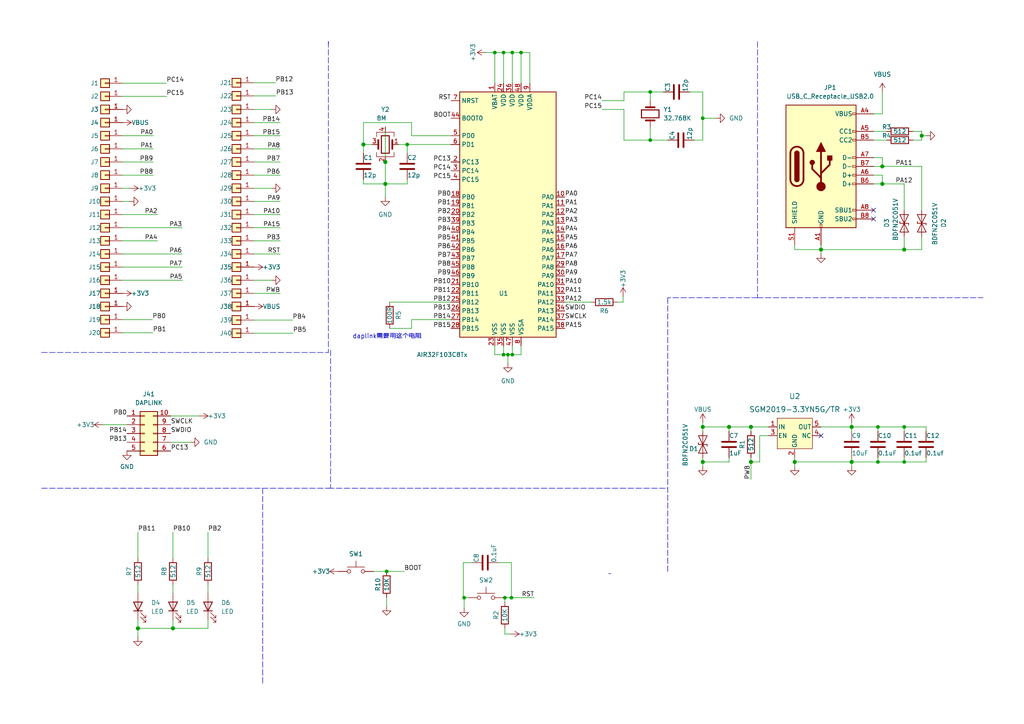
<source format=kicad_sch>
(kicad_sch (version 20211123) (generator eeschema)
  (paper "A4")
  (lib_symbols
    (symbol "Connector_Generic:Conn_01x01" (pin_names (offset 1.016) hide)
      (property "Reference" "J" (at 0 2.54 0))
      (property "Value" "Conn_01x01" (at 0 -2.54 0))
      (symbol "Conn_01x01_1_1"
        (pin passive line (at -5.08 0 0) (length 3.81) (name "Pin_1") (number "1"))
      )
    )
    (symbol "Connector_Generic:Conn_02x05_Counter_Clockwise" (pin_names (offset 1.016) hide)
      (property "Reference" "J" (at 1.27 7.62 0))
      (property "Value" "Conn_02x05_Counter_Clockwise" (at 1.27 -7.62 0))
      (symbol "Conn_02x05_Counter_Clockwise_1_1"
        (pin passive line (at -5.08 5.08 0) (length 3.81) (name "Pin_1") (number "1"))
        (pin passive line (at 7.62 5.08 180) (length 3.81) (name "Pin_10") (number "10"))
        (pin passive line (at -5.08 2.54 0) (length 3.81) (name "Pin_2") (number "2"))
        (pin passive line (at -5.08 0 0) (length 3.81) (name "Pin_3") (number "3"))
        (pin passive line (at -5.08 -2.54 0) (length 3.81) (name "Pin_4") (number "4"))
        (pin passive line (at -5.08 -5.08 0) (length 3.81) (name "Pin_5") (number "5"))
        (pin passive line (at 7.62 -5.08 180) (length 3.81) (name "Pin_6") (number "6"))
        (pin passive line (at 7.62 -2.54 180) (length 3.81) (name "Pin_7") (number "7"))
        (pin passive line (at 7.62 0 180) (length 3.81) (name "Pin_8") (number "8"))
        (pin passive line (at 7.62 2.54 180) (length 3.81) (name "Pin_9") (number "9"))
      )
    )
    (symbol "Device:C" (pin_numbers hide) (pin_names (offset 0.254))
      (property "Reference" "C" (at 0.635 2.54 0))
      (property "Value" "C" (at 0.635 -2.54 0))
      (symbol "C_1_1"
        (pin passive line (at 0 3.81 270) (length 2.794) (name "~") (number "1"))
        (pin passive line (at 0 -3.81 90) (length 2.794) (name "~") (number "2"))
      )
    )
    (symbol "Device:Crystal" (pin_numbers hide) (pin_names (offset 1.016) hide)
      (property "Reference" "Y" (at 0 3.81 0))
      (property "Value" "Crystal" (at 0 -3.81 0))
      (symbol "Crystal_1_1"
        (pin passive line (at -3.81 0 0) (length 1.27) (name "1") (number "1"))
        (pin passive line (at 3.81 0 180) (length 1.27) (name "2") (number "2"))
      )
    )
    (symbol "Device:Crystal_GND24" (pin_names (offset 1.016) hide)
      (property "Reference" "Y" (at 3.175 5.08 0))
      (property "Value" "Crystal_GND24" (at 3.175 3.175 0))
      (symbol "Crystal_GND24_1_1"
        (pin passive line (at -3.81 0 0) (length 1.27) (name "1") (number "1"))
        (pin passive line (at 0 5.08 270) (length 1.27) (name "2") (number "2"))
        (pin passive line (at 3.81 0 180) (length 1.27) (name "3") (number "3"))
        (pin passive line (at 0 -5.08 90) (length 1.27) (name "4") (number "4"))
      )
    )
    (symbol "Device:LED" (pin_numbers hide) (pin_names (offset 1.016) hide)
      (property "Reference" "D" (at 0 2.54 0))
      (property "Value" "LED" (at 0 -2.54 0))
      (symbol "LED_1_1"
        (pin passive line (at -3.81 0 0) (length 2.54) (name "K") (number "1"))
        (pin passive line (at 3.81 0 180) (length 2.54) (name "A") (number "2"))
      )
    )
    (symbol "Device:R" (pin_numbers hide) (pin_names (offset 0))
      (property "Reference" "R" (at 2.032 0 90))
      (property "Value" "R" (at 0 0 90))
      (symbol "R_1_1"
        (pin passive line (at 0 3.81 270) (length 1.27) (name "~") (number "1"))
        (pin passive line (at 0 -3.81 90) (length 1.27) (name "~") (number "2"))
      )
    )
    (symbol "MCU_ST_STM32F1:STM32F103C8Tx"
      (property "Reference" "U" (at -15.24 36.83 0))
      (property "Value" "STM32F103C8Tx" (at 7.62 36.83 0))
      (symbol "STM32F103C8Tx_1_1"
        (pin power_in line (at -5.08 38.1 270) (length 2.54) (name "VBAT") (number "1"))
        (pin bidirectional line (at 15.24 5.08 180) (length 2.54) (name "PA0") (number "10"))
        (pin bidirectional line (at 15.24 2.54 180) (length 2.54) (name "PA1") (number "11"))
        (pin bidirectional line (at 15.24 0 180) (length 2.54) (name "PA2") (number "12"))
        (pin bidirectional line (at 15.24 -2.54 180) (length 2.54) (name "PA3") (number "13"))
        (pin bidirectional line (at 15.24 -5.08 180) (length 2.54) (name "PA4") (number "14"))
        (pin bidirectional line (at 15.24 -7.62 180) (length 2.54) (name "PA5") (number "15"))
        (pin bidirectional line (at 15.24 -10.16 180) (length 2.54) (name "PA6") (number "16"))
        (pin bidirectional line (at 15.24 -12.7 180) (length 2.54) (name "PA7") (number "17"))
        (pin bidirectional line (at -17.78 5.08 0) (length 2.54) (name "PB0") (number "18"))
        (pin bidirectional line (at -17.78 2.54 0) (length 2.54) (name "PB1") (number "19"))
        (pin bidirectional line (at -17.78 15.24 0) (length 2.54) (name "PC13") (number "2"))
        (pin bidirectional line (at -17.78 0 0) (length 2.54) (name "PB2") (number "20"))
        (pin bidirectional line (at -17.78 -20.32 0) (length 2.54) (name "PB10") (number "21"))
        (pin bidirectional line (at -17.78 -22.86 0) (length 2.54) (name "PB11") (number "22"))
        (pin power_in line (at -5.08 -38.1 90) (length 2.54) (name "VSS") (number "23"))
        (pin power_in line (at -2.54 38.1 270) (length 2.54) (name "VDD") (number "24"))
        (pin bidirectional line (at -17.78 -25.4 0) (length 2.54) (name "PB12") (number "25"))
        (pin bidirectional line (at -17.78 -27.94 0) (length 2.54) (name "PB13") (number "26"))
        (pin bidirectional line (at -17.78 -30.48 0) (length 2.54) (name "PB14") (number "27"))
        (pin bidirectional line (at -17.78 -33.02 0) (length 2.54) (name "PB15") (number "28"))
        (pin bidirectional line (at 15.24 -15.24 180) (length 2.54) (name "PA8") (number "29"))
        (pin bidirectional line (at -17.78 12.7 0) (length 2.54) (name "PC14") (number "3"))
        (pin bidirectional line (at 15.24 -17.78 180) (length 2.54) (name "PA9") (number "30"))
        (pin bidirectional line (at 15.24 -20.32 180) (length 2.54) (name "PA10") (number "31"))
        (pin bidirectional line (at 15.24 -22.86 180) (length 2.54) (name "PA11") (number "32"))
        (pin bidirectional line (at 15.24 -25.4 180) (length 2.54) (name "PA12") (number "33"))
        (pin bidirectional line (at 15.24 -27.94 180) (length 2.54) (name "PA13") (number "34"))
        (pin power_in line (at -2.54 -38.1 90) (length 2.54) (name "VSS") (number "35"))
        (pin power_in line (at 0 38.1 270) (length 2.54) (name "VDD") (number "36"))
        (pin bidirectional line (at 15.24 -30.48 180) (length 2.54) (name "PA14") (number "37"))
        (pin bidirectional line (at 15.24 -33.02 180) (length 2.54) (name "PA15") (number "38"))
        (pin bidirectional line (at -17.78 -2.54 0) (length 2.54) (name "PB3") (number "39"))
        (pin bidirectional line (at -17.78 10.16 0) (length 2.54) (name "PC15") (number "4"))
        (pin bidirectional line (at -17.78 -5.08 0) (length 2.54) (name "PB4") (number "40"))
        (pin bidirectional line (at -17.78 -7.62 0) (length 2.54) (name "PB5") (number "41"))
        (pin bidirectional line (at -17.78 -10.16 0) (length 2.54) (name "PB6") (number "42"))
        (pin bidirectional line (at -17.78 -12.7 0) (length 2.54) (name "PB7") (number "43"))
        (pin input line (at -17.78 27.94 0) (length 2.54) (name "BOOT0") (number "44"))
        (pin bidirectional line (at -17.78 -15.24 0) (length 2.54) (name "PB8") (number "45"))
        (pin bidirectional line (at -17.78 -17.78 0) (length 2.54) (name "PB9") (number "46"))
        (pin power_in line (at 0 -38.1 90) (length 2.54) (name "VSS") (number "47"))
        (pin power_in line (at 2.54 38.1 270) (length 2.54) (name "VDD") (number "48"))
        (pin input line (at -17.78 22.86 0) (length 2.54) (name "PD0") (number "5"))
        (pin input line (at -17.78 20.32 0) (length 2.54) (name "PD1") (number "6"))
        (pin input line (at -17.78 33.02 0) (length 2.54) (name "NRST") (number "7"))
        (pin power_in line (at 2.54 -38.1 90) (length 2.54) (name "VSSA") (number "8"))
        (pin power_in line (at 5.08 38.1 270) (length 2.54) (name "VDDA") (number "9"))
      )
    )
    (symbol "My_Connector:USB_C_Receptacle_USB2.0" (pin_names (offset 1.016))
      (property "Reference" "J" (at -10.16 19.05 0))
      (property "Value" "USB_C_Receptacle_USB2.0" (at 19.05 19.05 0))
      (symbol "USB_C_Receptacle_USB2.0_1_1"
        (pin power_out line (at 0 -22.86 90) (length 5.08) (name "GND") (number "A1"))
        (pin passive line (at 0 -22.86 90) (length 5.08) hide (name "GND") (number "A12"))
        (pin power_out line (at 15.24 15.24 180) (length 5.08) (name "VBUS") (number "A4"))
        (pin bidirectional line (at 15.24 10.16 180) (length 5.08) (name "CC1") (number "A5"))
        (pin bidirectional line (at 15.24 -2.54 180) (length 5.08) (name "D+") (number "A6"))
        (pin bidirectional line (at 15.24 2.54 180) (length 5.08) (name "D-") (number "A7"))
        (pin bidirectional line (at 15.24 -12.7 180) (length 5.08) (name "SBU1") (number "A8"))
        (pin passive line (at 15.24 15.24 180) (length 5.08) hide (name "VBUS") (number "A9"))
        (pin passive line (at 0 -22.86 90) (length 5.08) hide (name "GND") (number "B1"))
        (pin passive line (at 0 -22.86 90) (length 5.08) hide (name "GND") (number "B12"))
        (pin passive line (at 15.24 15.24 180) (length 5.08) hide (name "VBUS") (number "B4"))
        (pin bidirectional line (at 15.24 7.62 180) (length 5.08) (name "CC2") (number "B5"))
        (pin bidirectional line (at 15.24 -5.08 180) (length 5.08) (name "D+") (number "B6"))
        (pin bidirectional line (at 15.24 0 180) (length 5.08) (name "D-") (number "B7"))
        (pin bidirectional line (at 15.24 -15.24 180) (length 5.08) (name "SBU2") (number "B8"))
        (pin passive line (at 15.24 15.24 180) (length 5.08) hide (name "VBUS") (number "B9"))
        (pin passive line (at -7.62 -22.86 90) (length 5.08) (name "SHIELD") (number "S1"))
      )
    )
    (symbol "My_Diodes:BDFN2C051V" (pin_numbers hide) (pin_names (offset 1.016) hide)
      (property "Reference" "D" (at 0 2.54 0))
      (property "Value" "BDFN2C051V" (at 0 -2.54 0))
      (symbol "BDFN2C051V_1_1"
        (pin passive line (at -3.81 0 0) (length 2.54) (name "A1") (number "1"))
        (pin passive line (at 3.81 0 180) (length 2.54) (name "A2") (number "2"))
      )
    )
    (symbol "My_PowerIC:ME6211C33M5G-N" (pin_names (offset 0.254))
      (property "Reference" "U" (at -1.27 3.81 0))
      (property "Value" "ME6211C33M5G-N" (at 0 6.35 0))
      (symbol "ME6211C33M5G-N_1_1"
        (pin power_in line (at -7.62 2.54 0) (length 2.54) (name "IN") (number "1"))
        (pin power_in line (at 0 -6.35 90) (length 2.54) (name "GND") (number "2"))
        (pin input line (at -7.62 0 0) (length 2.54) (name "EN") (number "3"))
        (pin passive line (at 7.62 0 180) (length 2.54) (name "NC") (number "4"))
        (pin power_out line (at 7.62 2.54 180) (length 2.54) (name "OUT") (number "5"))
      )
    )
    (symbol "Switch:SW_Push" (pin_numbers hide) (pin_names (offset 1.016) hide)
      (property "Reference" "SW" (at 1.27 2.54 0))
      (property "Value" "SW_Push" (at 0 -1.524 0))
      (symbol "SW_Push_0_1"
        (pin passive line (at -5.08 0 0) (length 2.54) (name "1") (number "1"))
        (pin passive line (at 5.08 0 180) (length 2.54) (name "2") (number "2"))
      )
    )
    (symbol "power:+3V3" (power) (pin_names (offset 0))
      (property "Value" "+3V3" (at 0 3.556 0))
      (symbol "+3V3_1_1"
        (pin power_in line (at 0 0 90) (length 0) hide (name "+3V3") (number "1"))
      )
    )
    (symbol "power:GND" (power) (pin_names (offset 0))
      (property "Value" "GND" (at 0 -3.81 0))
      (symbol "GND_1_1"
        (pin power_in line (at 0 0 270) (length 0) hide (name "GND") (number "1"))
      )
    )
    (symbol "power:VBUS" (power) (pin_names (offset 0))
      (property "Value" "VBUS" (at 0 3.81 0))
      (symbol "VBUS_1_1"
        (pin power_in line (at 0 0 90) (length 0) hide (name "VBUS") (number "1"))
      )
    )
  )
  (junction (at 148.336 173.355))
  (junction (at 267.335 39.37) (diameter 1.016))
  (junction (at 148.59 15.24))
  (junction (at 262.255 123.825))
  (junction (at 148.59 102.87))
  (junction (at 143.51 15.24))
  (junction (at 255.905 53.34) (diameter 1.016))
  (junction (at 247.015 133.985) (diameter 1.016))
  (junction (at 203.835 123.825) (diameter 1.016))
  (junction (at 203.835 133.985) (diameter 1.016))
  (junction (at 50.165 182.245) (diameter 1.016))
  (junction (at 146.431 173.355))
  (junction (at 134.62 173.355))
  (junction (at 203.835 34.29))
  (junction (at 118.11 41.91))
  (junction (at 211.455 123.825) (diameter 1.016))
  (junction (at 147.32 102.87))
  (junction (at 105.41 41.91) (diameter 1.016))
  (junction (at 230.505 133.985) (diameter 1.016))
  (junction (at 254.635 123.825))
  (junction (at 262.255 133.985))
  (junction (at 262.255 72.39) (diameter 1.016))
  (junction (at 217.805 133.985) (diameter 1.016))
  (junction (at 188.595 40.64))
  (junction (at 247.015 123.825) (diameter 1.016))
  (junction (at 111.76 53.34) (diameter 1.016))
  (junction (at 146.05 102.87))
  (junction (at 111.76 46.99) (diameter 1.016))
  (junction (at 255.905 48.26) (diameter 1.016))
  (junction (at 188.595 26.67))
  (junction (at 238.125 72.39) (diameter 1.016))
  (junction (at 217.805 123.825) (diameter 1.016))
  (junction (at 254.635 133.985))
  (junction (at 151.13 15.24))
  (junction (at 40.005 182.245) (diameter 1.016))
  (junction (at 112.141 165.735))
  (junction (at 146.05 15.24))
  (no_connect (at 238.125 126.365))
  (no_connect (at 253.365 63.5))
  (no_connect (at 253.365 60.96))
  (wire (pts (xy 254.635 133.985) (xy 262.255 133.985)))
  (wire (pts (xy 247.015 133.985) (xy 254.635 133.985)))
  (wire (pts (xy 262.255 133.985) (xy 268.605 133.985)))
  (wire (pts (xy 268.605 133.985) (xy 268.605 132.715)))
  (wire (pts (xy 180.975 26.67) (xy 188.595 26.67)))
  (wire (pts (xy 148.59 15.24) (xy 148.59 24.13)))
  (wire (pts (xy 217.805 133.985) (xy 220.345 133.985)))
  (polyline (pts (xy 12.065 141.605) (xy 95.885 141.605)))
  (wire (pts (xy 262.255 53.34) (xy 262.255 60.96)))
  (wire (pts (xy 203.835 122.555) (xy 203.835 123.825)))
  (wire (pts (xy 60.325 179.705) (xy 60.325 182.245)))
  (wire (pts (xy 111.76 46.99) (xy 111.76 53.34)))
  (wire (pts (xy 35.56 66.04) (xy 52.832 66.04)))
  (wire (pts (xy 119.38 39.37) (xy 130.81 39.37)))
  (wire (pts (xy 73.66 35.56) (xy 81.28 35.56)))
  (wire (pts (xy 255.905 50.8) (xy 255.905 53.34)))
  (wire (pts (xy 203.835 40.64) (xy 203.835 34.29)))
  (wire (pts (xy 267.335 39.37) (xy 267.335 40.64)))
  (wire (pts (xy 73.66 69.85) (xy 81.28 69.85)))
  (wire (pts (xy 112.141 173.355) (xy 112.141 175.895)))
  (wire (pts (xy 238.125 72.39) (xy 262.255 72.39)))
  (wire (pts (xy 136.906 163.195) (xy 134.366 163.195)))
  (wire (pts (xy 134.366 163.195) (xy 134.366 173.355)))
  (wire (pts (xy 255.905 53.34) (xy 262.255 53.34)))
  (wire (pts (xy 267.335 68.58) (xy 267.335 72.39)))
  (wire (pts (xy 55.245 128.27) (xy 49.53 128.27)))
  (wire (pts (xy 230.505 132.715) (xy 230.505 133.985)))
  (wire (pts (xy 35.56 96.52) (xy 44.323 96.52)))
  (wire (pts (xy 188.595 26.67) (xy 192.405 26.67)))
  (wire (pts (xy 230.505 133.985) (xy 247.015 133.985)))
  (polyline (pts (xy 95.25 12.065) (xy 95.25 102.235)))
  (wire (pts (xy 50.165 169.545) (xy 50.165 172.085)))
  (wire (pts (xy 40.005 179.705) (xy 40.005 182.245)))
  (wire (pts (xy 180.975 31.75) (xy 180.975 40.64)))
  (wire (pts (xy 188.595 40.64) (xy 193.675 40.64)))
  (wire (pts (xy 40.005 169.545) (xy 40.005 172.085)))
  (wire (pts (xy 148.336 163.195) (xy 148.336 173.355)))
  (wire (pts (xy 144.526 163.195) (xy 148.336 163.195)))
  (wire (pts (xy 203.835 133.985) (xy 203.835 135.255)))
  (wire (pts (xy 253.365 50.8) (xy 255.905 50.8)))
  (wire (pts (xy 220.345 126.365) (xy 220.345 133.985)))
  (wire (pts (xy 230.505 71.12) (xy 230.505 72.39)))
  (wire (pts (xy 50.165 182.245) (xy 60.325 182.245)))
  (wire (pts (xy 40.005 182.245) (xy 40.005 184.785)))
  (wire (pts (xy 119.38 95.25) (xy 113.03 95.25)))
  (wire (pts (xy 105.41 41.91) (xy 107.95 41.91)))
  (wire (pts (xy 188.595 26.67) (xy 188.595 29.21)))
  (wire (pts (xy 211.455 123.825) (xy 217.805 123.825)))
  (wire (pts (xy 119.38 92.71) (xy 130.81 92.71)))
  (polyline (pts (xy 95.25 141.605) (xy 193.675 141.605)))
  (wire (pts (xy 262.255 132.715) (xy 262.255 133.985)))
  (wire (pts (xy 73.66 73.66) (xy 81.28 73.66)))
  (wire (pts (xy 40.005 182.245) (xy 50.165 182.245)))
  (wire (pts (xy 113.03 87.63) (xy 130.81 87.63)))
  (wire (pts (xy 35.56 77.47) (xy 52.832 77.47)))
  (wire (pts (xy 73.66 96.647) (xy 84.963 96.647)))
  (wire (pts (xy 255.905 53.34) (xy 253.365 53.34)))
  (wire (pts (xy 119.38 92.71) (xy 119.38 95.25)))
  (wire (pts (xy 60.325 154.305) (xy 60.325 161.925)))
  (wire (pts (xy 143.51 15.24) (xy 143.51 24.13)))
  (wire (pts (xy 73.66 50.8) (xy 81.28 50.8)))
  (wire (pts (xy 118.11 53.34) (xy 118.11 52.07)))
  (wire (pts (xy 73.66 31.75) (xy 78.74 31.75)))
  (wire (pts (xy 73.66 62.23) (xy 81.28 62.23)))
  (wire (pts (xy 153.67 15.24) (xy 151.13 15.24)))
  (wire (pts (xy 148.59 15.24) (xy 146.05 15.24)))
  (wire (pts (xy 151.13 15.24) (xy 148.59 15.24)))
  (wire (pts (xy 146.05 15.24) (xy 143.51 15.24)))
  (wire (pts (xy 73.66 39.37) (xy 81.28 39.37)))
  (wire (pts (xy 163.83 87.63) (xy 171.45 87.63)))
  (wire (pts (xy 247.015 122.555) (xy 247.015 123.825)))
  (wire (pts (xy 247.015 123.825) (xy 247.015 125.095)))
  (wire (pts (xy 217.805 123.825) (xy 217.805 125.095)))
  (wire (pts (xy 40.005 154.305) (xy 40.005 161.925)))
  (wire (pts (xy 238.125 71.12) (xy 238.125 72.39)))
  (wire (pts (xy 134.62 173.355) (xy 134.62 176.403)))
  (wire (pts (xy 203.835 34.29) (xy 207.645 34.29)))
  (wire (pts (xy 255.905 48.26) (xy 267.335 48.26)))
  (wire (pts (xy 134.62 173.355) (xy 135.89 173.355)))
  (wire (pts (xy 134.366 173.355) (xy 134.62 173.355)))
  (wire (pts (xy 267.335 39.37) (xy 268.605 39.37)))
  (polyline (pts (xy 193.675 86.36) (xy 193.675 165.735)))
  (polyline (pts (xy 95.885 101.6) (xy 95.885 141.605)))
  (wire (pts (xy 35.56 50.8) (xy 44.45 50.8)))
  (wire (pts (xy 238.125 123.825) (xy 247.015 123.825)))
  (wire (pts (xy 112.141 165.735) (xy 117.221 165.735)))
  (wire (pts (xy 35.56 62.23) (xy 45.72 62.23)))
  (wire (pts (xy 238.125 72.39) (xy 238.125 73.66)))
  (polyline (pts (xy 219.71 86.36) (xy 193.675 86.36)))
  (wire (pts (xy 146.05 173.355) (xy 146.431 173.355)))
  (wire (pts (xy 35.56 73.66) (xy 52.832 73.66)))
  (wire (pts (xy 217.805 123.825) (xy 222.885 123.825)))
  (wire (pts (xy 264.795 38.1) (xy 267.335 38.1)))
  (wire (pts (xy 203.835 133.985) (xy 211.455 133.985)))
  (polyline (pts (xy 12.065 102.235) (xy 95.25 102.235)))
  (wire (pts (xy 29.845 123.19) (xy 36.83 123.19)))
  (wire (pts (xy 211.455 125.095) (xy 211.455 123.825)))
  (wire (pts (xy 119.38 39.37) (xy 119.38 35.56)))
  (wire (pts (xy 73.66 92.837) (xy 84.836 92.837)))
  (wire (pts (xy 174.625 31.75) (xy 180.975 31.75)))
  (wire (pts (xy 255.905 45.72) (xy 255.905 48.26)))
  (wire (pts (xy 35.56 69.85) (xy 45.72 69.85)))
  (wire (pts (xy 200.025 26.67) (xy 203.835 26.67)))
  (wire (pts (xy 179.07 87.63) (xy 180.721 87.63)))
  (wire (pts (xy 105.41 53.34) (xy 111.76 53.34)))
  (wire (pts (xy 73.66 43.18) (xy 81.28 43.18)))
  (wire (pts (xy 108.331 165.735) (xy 112.141 165.735)))
  (wire (pts (xy 146.431 173.355) (xy 148.336 173.355)))
  (wire (pts (xy 148.336 173.355) (xy 154.94 173.355)))
  (wire (pts (xy 203.835 123.825) (xy 203.835 125.095)))
  (wire (pts (xy 201.295 40.64) (xy 203.835 40.64)))
  (wire (pts (xy 146.431 173.355) (xy 146.431 174.625)))
  (wire (pts (xy 188.595 36.83) (xy 188.595 40.64)))
  (wire (pts (xy 73.66 46.99) (xy 81.28 46.99)))
  (wire (pts (xy 222.885 126.365) (xy 220.345 126.365)))
  (wire (pts (xy 35.56 92.71) (xy 44.196 92.71)))
  (wire (pts (xy 44.45 46.99) (xy 35.56 46.99)))
  (wire (pts (xy 151.13 15.24) (xy 151.13 24.13)))
  (wire (pts (xy 35.56 39.37) (xy 44.45 39.37)))
  (wire (pts (xy 57.785 120.65) (xy 49.53 120.65)))
  (wire (pts (xy 264.795 40.64) (xy 267.335 40.64)))
  (wire (pts (xy 73.66 24.003) (xy 79.883 24.003)))
  (wire (pts (xy 115.57 41.91) (xy 118.11 41.91)))
  (wire (pts (xy 255.905 26.67) (xy 255.905 33.02)))
  (wire (pts (xy 180.975 40.64) (xy 188.595 40.64)))
  (wire (pts (xy 254.635 132.715) (xy 254.635 133.985)))
  (polyline (pts (xy 95.25 12.065) (xy 95.25 12.7)))
  (wire (pts (xy 146.05 15.24) (xy 146.05 24.13)))
  (wire (pts (xy 254.635 123.825) (xy 254.635 125.095)))
  (wire (pts (xy 60.325 169.545) (xy 60.325 172.085)))
  (wire (pts (xy 262.255 72.39) (xy 267.335 72.39)))
  (wire (pts (xy 203.835 26.67) (xy 203.835 34.29)))
  (wire (pts (xy 118.11 41.91) (xy 118.11 44.45)))
  (wire (pts (xy 217.805 132.715) (xy 217.805 133.985)))
  (wire (pts (xy 253.365 48.26) (xy 255.905 48.26)))
  (wire (pts (xy 35.56 24.13) (xy 48.26 24.13)))
  (wire (pts (xy 253.365 40.64) (xy 257.175 40.64)))
  (wire (pts (xy 35.56 58.42) (xy 37.592 58.42)))
  (wire (pts (xy 73.66 81.28) (xy 78.74 81.28)))
  (wire (pts (xy 118.11 41.91) (xy 130.81 41.91)))
  (wire (pts (xy 147.32 102.87) (xy 147.32 105.41)))
  (wire (pts (xy 143.51 102.87) (xy 146.05 102.87)))
  (wire (pts (xy 146.05 102.87) (xy 147.32 102.87)))
  (wire (pts (xy 143.51 100.33) (xy 143.51 102.87)))
  (wire (pts (xy 111.76 36.83) (xy 111.76 46.99)))
  (polyline (pts (xy 176.53 166.37) (xy 177.165 166.37)))
  (wire (pts (xy 180.721 85.979) (xy 180.721 87.63)))
  (wire (pts (xy 230.505 133.985) (xy 230.505 135.255)))
  (wire (pts (xy 253.365 45.72) (xy 255.905 45.72)))
  (wire (pts (xy 111.76 53.34) (xy 111.76 57.15)))
  (wire (pts (xy 73.66 54.61) (xy 78.74 54.61)))
  (wire (pts (xy 203.835 123.825) (xy 211.455 123.825)))
  (wire (pts (xy 111.76 53.34) (xy 118.11 53.34)))
  (wire (pts (xy 262.255 68.58) (xy 262.255 72.39)))
  (wire (pts (xy 253.365 33.02) (xy 255.905 33.02)))
  (wire (pts (xy 105.41 35.56) (xy 105.41 41.91)))
  (wire (pts (xy 119.38 35.56) (xy 105.41 35.56)))
  (wire (pts (xy 180.975 29.21) (xy 180.975 26.67)))
  (polyline (pts (xy 219.71 86.36) (xy 285.115 86.36)))
  (wire (pts (xy 247.015 132.715) (xy 247.015 133.985)))
  (wire (pts (xy 105.41 41.91) (xy 105.41 44.45)))
  (wire (pts (xy 73.66 85.09) (xy 81.28 85.09)))
  (wire (pts (xy 174.625 29.21) (xy 180.975 29.21)))
  (wire (pts (xy 73.66 27.813) (xy 80.01 27.813)))
  (wire (pts (xy 73.66 66.04) (xy 81.28 66.04)))
  (wire (pts (xy 146.431 182.245) (xy 146.431 183.896)))
  (wire (pts (xy 230.505 72.39) (xy 238.125 72.39)))
  (wire (pts (xy 50.165 154.305) (xy 50.165 161.925)))
  (wire (pts (xy 148.082 183.896) (xy 146.431 183.896)))
  (polyline (pts (xy 76.2 141.605) (xy 76.2 198.12)))
  (wire (pts (xy 153.67 15.24) (xy 153.67 24.13)))
  (wire (pts (xy 50.165 179.705) (xy 50.165 182.245)))
  (wire (pts (xy 247.015 133.985) (xy 247.015 135.255)))
  (wire (pts (xy 247.015 123.825) (xy 254.635 123.825)))
  (wire (pts (xy 254.635 123.825) (xy 262.255 123.825)))
  (wire (pts (xy 262.255 123.825) (xy 268.605 123.825)))
  (wire (pts (xy 268.605 123.825) (xy 268.605 125.095)))
  (wire (pts (xy 217.805 133.985) (xy 217.805 139.065)))
  (wire (pts (xy 35.56 27.94) (xy 48.387 27.94)))
  (wire (pts (xy 211.455 132.715) (xy 211.455 133.985)))
  (wire (pts (xy 262.255 123.825) (xy 262.255 125.095)))
  (wire (pts (xy 140.97 15.24) (xy 143.51 15.24)))
  (wire (pts (xy 267.335 48.26) (xy 267.335 60.96)))
  (wire (pts (xy 35.56 54.61) (xy 37.592 54.61)))
  (wire (pts (xy 203.835 132.715) (xy 203.835 133.985)))
  (wire (pts (xy 146.05 100.33) (xy 146.05 102.87)))
  (wire (pts (xy 148.59 102.87) (xy 147.32 102.87)))
  (wire (pts (xy 148.59 100.33) (xy 148.59 102.87)))
  (wire (pts (xy 35.56 43.18) (xy 44.45 43.18)))
  (wire (pts (xy 267.335 38.1) (xy 267.335 39.37)))
  (wire (pts (xy 151.13 100.33) (xy 151.13 102.87)))
  (wire (pts (xy 151.13 102.87) (xy 148.59 102.87)))
  (wire (pts (xy 105.41 52.07) (xy 105.41 53.34)))
  (wire (pts (xy 35.56 81.28) (xy 52.959 81.28)))
  (wire (pts (xy 253.365 38.1) (xy 257.175 38.1)))
  (wire (pts (xy 73.66 58.42) (xy 81.28 58.42)))
  (polyline (pts (xy 219.71 12.065) (xy 219.71 86.36)))
  (text "daplink需要用这个电阻" (at 102.235 98.425 0) (effects (font (size 1.27 1.27)) (justify left bottom)))
  (label "PB5" (at 84.963 96.647 0))
  (label "PB10" (at 130.81 82.55 180))
  (label "PA9" (at 81.28 58.42 180))
  (label "RST" (at 154.94 173.355 180))
  (label "PB12" (at 130.81 87.63 180))
  (label "BOOT" (at 130.81 34.29 180))
  (label "PA11" (at 259.715 48.26 0))
  (label "PA2" (at 163.83 62.23 0))
  (label "PA0" (at 163.83 57.15 0))
  (label "PB1" (at 44.323 96.52 0))
  (label "PA3" (at 163.83 64.77 0))
  (label "PB5" (at 130.81 69.85 180))
  (label "PA7" (at 163.83 74.93 0))
  (label "PC15" (at 48.26 27.94 0))
  (label "PB12" (at 79.883 24.003 0))
  (label "PB14" (at 81.28 35.56 180))
  (label "PC13" (at 130.81 46.99 180))
  (label "PB10" (at 50.165 154.305 0))
  (label "PB9" (at 44.45 46.99 180))
  (label "PB8" (at 44.45 50.8 180))
  (label "RST" (at 81.28 73.66 180))
  (label "PB0" (at 130.81 57.15 180))
  (label "RST" (at 130.81 29.21 180))
  (label "PA10" (at 163.83 82.55 0))
  (label "PB13" (at 36.83 128.27 180))
  (label "PB9" (at 130.81 80.01 180))
  (label "PA7" (at 52.832 77.47 180))
  (label "PA4" (at 163.83 67.31 0))
  (label "PC14" (at 174.625 29.21 180))
  (label "PA4" (at 45.72 69.85 180))
  (label "PB14" (at 130.81 92.71 180))
  (label "PC15" (at 174.625 31.75 180))
  (label "PB14" (at 36.83 125.73 180))
  (label "PA8" (at 163.83 77.47 0))
  (label "PB2" (at 60.325 154.305 0))
  (label "PA8" (at 81.28 43.18 180))
  (label "PC15" (at 130.81 52.07 180))
  (label "PWB" (at 81.28 85.09 180))
  (label "PA11" (at 163.83 85.09 0))
  (label "SWDIO" (at 163.83 90.17 0))
  (label "PB3" (at 81.28 69.85 180))
  (label "PA1" (at 44.45 43.18 180))
  (label "PWB" (at 217.805 139.065 90))
  (label "PA15" (at 163.83 95.25 0))
  (label "SWCLK" (at 49.53 123.19 0))
  (label "PB15" (at 81.28 39.37 180))
  (label "SWCLK" (at 163.83 92.71 0))
  (label "PB3" (at 130.81 64.77 180))
  (label "PB7" (at 130.81 74.93 180))
  (label "PA15" (at 81.28 66.04 180))
  (label "PA12" (at 259.715 53.34 0))
  (label "PB8" (at 130.81 77.47 180))
  (label "SWDIO" (at 49.53 125.73 0))
  (label "PC13" (at 49.53 130.81 0))
  (label "PB4" (at 130.81 67.31 180))
  (label "PB0" (at 36.83 120.65 180))
  (label "PA1" (at 163.83 59.69 0))
  (label "PC14" (at 48.26 24.13 0))
  (label "PA6" (at 52.832 73.66 180))
  (label "PB11" (at 130.81 85.09 180))
  (label "PA2" (at 45.72 62.23 180))
  (label "PB13" (at 130.81 90.17 180))
  (label "PB0" (at 44.196 92.71 0))
  (label "PB2" (at 130.81 62.23 180))
  (label "PA12" (at 163.83 87.63 0))
  (label "PB1" (at 130.81 59.69 180))
  (label "PA3" (at 52.832 66.04 180))
  (label "PB4" (at 84.836 92.837 0))
  (label "PB6" (at 81.28 50.8 180))
  (label "PC14" (at 130.81 49.53 180))
  (label "PA10" (at 81.28 62.23 180))
  (label "PA9" (at 163.83 80.01 0))
  (label "PA5" (at 163.83 69.85 0))
  (label "BOOT" (at 117.221 165.735 0))
  (label "PB11" (at 40.005 154.305 0))
  (label "PB6" (at 130.81 72.39 180))
  (label "PB7" (at 81.28 46.99 180))
  (label "PA0" (at 44.45 39.37 180))
  (label "PB13" (at 80.01 27.813 0))
  (label "PA5" (at 52.959 81.28 180))
  (label "PB15" (at 130.81 95.25 180))
  (label "PA6" (at 163.83 72.39 0))
  (symbol (lib_id "power:+3V3") (at 180.721 85.979 0) (mirror y) (unit 1)
    (property "Reference" "#PWR0107" (effects hide))
    (property "Value" "+3V3" (at 180.721 80.899 90))
  )
  (symbol (lib_id "Connector_Generic:Conn_01x01") (at 68.58 62.23 180) (unit 1)
    (property "Reference" "J31" (at 65.532 62.23 0))
    (property "Value" "Conn_01x01" (effects hide))
    (property "Footprint" "global_SMD:TP-1.6-p1.0-2" (effects hide))
  )
  (symbol (lib_id "Device:C") (at 247.015 128.905 0) (unit 1)
    (property "Reference" "C9" (at 247.015 126.3649 0) (effects (justify left)))
    (property "Value" "10uF" (at 247.015 131.4449 0) (effects (justify left)))
    (property "Footprint" "Capacitor_SMD:C_0402_1005Metric" (effects hide))
  )
  (symbol (lib_id "power:GND") (at 203.835 135.255 0) (unit 1)
    (property "Reference" "#PWR020" (effects hide))
    (property "Value" "GND" (effects hide))
  )
  (symbol (lib_id "Device:C") (at 268.605 128.905 0) (unit 1)
    (property "Reference" "C12" (at 268.605 126.3649 0) (effects (justify left)))
    (property "Value" "0.1uf" (at 268.605 131.4449 0) (effects (justify left)))
    (property "Footprint" "Capacitor_SMD:C_0402_1005Metric" (effects hide))
  )
  (symbol (lib_id "power:GND") (at 78.74 81.28 90) (unit 1)
    (property "Reference" "#PWR011" (effects hide))
    (property "Value" "GND" (effects hide))
  )
  (symbol (lib_id "Connector_Generic:Conn_01x01") (at 68.58 73.66 180) (unit 1)
    (property "Reference" "J34" (at 65.532 73.66 0))
    (property "Value" "Conn_01x01" (effects hide))
    (property "Footprint" "global_SMD:TP-1.6-p1.0-2" (effects hide))
  )
  (symbol (lib_id "Connector_Generic:Conn_01x01") (at 30.48 88.9 180) (unit 1)
    (property "Reference" "J18" (at 27.432 88.9 0))
    (property "Value" "Conn_01x01" (effects hide))
    (property "Footprint" "global_SMD:TP-1.6-p1.0-2" (effects hide))
  )
  (symbol (lib_id "Connector_Generic:Conn_01x01") (at 30.48 35.56 180) (unit 1)
    (property "Reference" "J4" (at 27.432 35.56 0))
    (property "Value" "Conn_01x01" (effects hide))
    (property "Footprint" "global_SMD:TP-1.6-p1.0-2" (effects hide))
  )
  (symbol (lib_id "Connector_Generic:Conn_01x01") (at 30.48 62.23 180) (unit 1)
    (property "Reference" "J11" (at 27.432 62.23 0))
    (property "Value" "Conn_01x01" (effects hide))
    (property "Footprint" "global_SMD:TP-1.6-p1.0-2" (effects hide))
  )
  (symbol (lib_id "power:GND") (at 268.605 39.37 90) (unit 1)
    (property "Reference" "#PWR027" (effects hide))
    (property "Value" "GND" (effects hide))
  )
  (symbol (lib_id "power:GND") (at 78.74 54.61 90) (unit 1)
    (property "Reference" "#PWR010" (effects hide))
    (property "Value" "GND" (effects hide))
  )
  (symbol (lib_id "power:VBUS") (at 35.56 35.56 270) (unit 1)
    (property "Reference" "#PWR02" (effects hide))
    (property "Value" "VBUS" (at 38.1 35.5599 90) (effects (justify left)))
  )
  (symbol (lib_id "Connector_Generic:Conn_01x01") (at 68.58 66.04 180) (unit 1)
    (property "Reference" "J32" (at 65.532 66.04 0))
    (property "Value" "Conn_01x01" (effects hide))
    (property "Footprint" "global_SMD:TP-1.6-p1.0-2" (effects hide))
  )
  (symbol (lib_id "Device:C") (at 254.635 128.905 0) (unit 1)
    (property "Reference" "C10" (at 254.635 126.3649 0) (effects (justify left)))
    (property "Value" "0.1uF" (at 254.635 131.4449 0) (effects (justify left)))
    (property "Footprint" "Capacitor_SMD:C_0402_1005Metric" (effects hide))
  )
  (symbol (lib_id "Connector_Generic:Conn_01x01") (at 30.48 31.75 180) (unit 1)
    (property "Reference" "J3" (at 27.432 31.75 0))
    (property "Value" "Conn_01x01" (effects hide))
    (property "Footprint" "global_SMD:TP-1.6-p1.0-2" (effects hide))
  )
  (symbol (lib_id "power:VBUS") (at 73.66 88.9 270) (mirror x) (unit 1)
    (property "Reference" "#PWR08" (effects hide))
    (property "Value" "VBUS" (at 76.2 88.9001 90) (effects (justify left)))
  )
  (symbol (lib_id "My_Diodes:BDFN2C051V") (at 262.255 64.77 270) (unit 1)
    (property "Reference" "D2" (at 273.685 66.0401 0) (effects (justify right)))
    (property "Value" "BDFN2C051V" (at 259.715 69.8501 0) (effects (justify right)))
    (property "Footprint" "Library:DFN1006-2L" (effects hide))
    (property "Datasheet" "https://item.szlcsc.com/163364.html" (effects hide))
  )
  (symbol (lib_id "power:+3V3") (at 148.082 183.896 270) (mirror x) (unit 1)
    (property "Reference" "#PWR024" (effects hide))
    (property "Value" "+3V3" (at 153.162 183.896 90))
  )
  (symbol (lib_id "Connector_Generic:Conn_01x01") (at 68.58 96.647 180) (unit 1)
    (property "Reference" "J40" (at 65.532 96.647 0))
    (property "Value" "Conn_01x01" (effects hide))
    (property "Footprint" "global_SMD:TP-1.6-p1.0-2" (effects hide))
  )
  (symbol (lib_id "My_Connector:USB_C_Receptacle_USB2.0") (at 238.125 48.26 0) (unit 1)
    (property "Reference" "JP1" (at 240.792 25.4 0))
    (property "Value" "USB_C_Receptacle_USB2.0" (at 240.792 27.94 0))
    (property "Footprint" "Connector_USB:USB_C_Receptacle_XKB_U262-16XN-4BVC11" (effects hide))
    (property "Datasheet" "https://www.usb.org/sites/default/files/documents/usb_type-c.zip" (effects hide))
  )
  (symbol (lib_id "Connector_Generic:Conn_01x01") (at 30.48 66.04 180) (unit 1)
    (property "Reference" "J12" (at 27.432 66.04 0))
    (property "Value" "Conn_01x01" (effects hide))
    (property "Footprint" "global_SMD:TP-1.6-p1.0-2" (effects hide))
  )
  (symbol (lib_id "power:GND") (at 36.83 130.81 0) (unit 1)
    (property "Reference" "#PWR0102" (effects hide))
    (property "Value" "GND" (at 36.83 135.3726 0))
  )
  (symbol (lib_id "Connector_Generic:Conn_01x01") (at 68.58 43.18 180) (unit 1)
    (property "Reference" "J26" (at 65.532 43.18 0))
    (property "Value" "Conn_01x01" (effects hide))
    (property "Footprint" "global_SMD:TP-1.6-p1.0-2" (effects hide))
  )
  (symbol (lib_id "Connector_Generic:Conn_01x01") (at 68.58 31.75 180) (unit 1)
    (property "Reference" "J23" (at 65.532 31.75 0))
    (property "Value" "Conn_01x01" (effects hide))
    (property "Footprint" "global_SMD:TP-1.6-p1.0-2" (effects hide))
  )
  (symbol (lib_id "power:GND") (at 55.245 128.27 90) (unit 1)
    (property "Reference" "#PWR?" (effects hide))
    (property "Value" "GND" (at 59.055 128.2699 90) (effects (justify right)))
  )
  (symbol (lib_id "power:GND") (at 78.74 31.75 90) (unit 1)
    (property "Reference" "#PWR09" (effects hide))
    (property "Value" "GND" (effects hide))
  )
  (symbol (lib_id "Device:LED") (at 60.325 175.895 90) (unit 1)
    (property "Reference" "D6" (at 64.135 174.8154 90) (effects (justify right)))
    (property "Value" "LED" (at 64.135 177.3554 90) (effects (justify right)))
    (property "Footprint" "LED_SMD:LED_0603_1608Metric" (effects hide))
  )
  (symbol (lib_id "Device:R") (at 146.431 178.435 180) (unit 1)
    (property "Reference" "R2" (at 143.891 178.435 90))
    (property "Value" "10K" (at 146.431 178.435 90))
    (property "Footprint" "Resistor_SMD:R_0402_1005Metric" (effects hide))
  )
  (symbol (lib_id "Device:LED") (at 40.005 175.895 90) (unit 1)
    (property "Reference" "D4" (at 43.815 174.8154 90) (effects (justify right)))
    (property "Value" "LED" (at 43.815 177.3554 90) (effects (justify right)))
    (property "Footprint" "LED_SMD:LED_0603_1608Metric" (effects hide))
  )
  (symbol (lib_id "Connector_Generic:Conn_01x01") (at 30.48 58.42 180) (unit 1)
    (property "Reference" "J10" (at 27.432 58.42 0))
    (property "Value" "Conn_01x01" (effects hide))
    (property "Footprint" "global_SMD:TP-1.6-p1.0-2" (effects hide))
  )
  (symbol (lib_id "Device:Crystal") (at 188.595 33.02 90) (unit 1)
    (property "Reference" "Y1" (at 192.405 31.7499 90) (effects (justify right)))
    (property "Value" "32.768K" (at 192.405 34.2899 90) (effects (justify right)))
    (property "Footprint" "Crystal:Crystal_SMD_2012-2Pin_2.0x1.2mm_HandSoldering" (effects hide))
  )
  (symbol (lib_id "Device:C") (at 140.716 163.195 90) (unit 1)
    (property "Reference" "C8" (at 138.1759 163.195 0) (effects (justify left)))
    (property "Value" "0.1uF" (at 143.2559 163.195 0) (effects (justify left)))
    (property "Footprint" "Capacitor_SMD:C_0402_1005Metric" (effects hide))
  )
  (symbol (lib_id "power:+3V3") (at 98.171 165.735 90) (mirror x) (unit 1)
    (property "Reference" "#PWR?" (effects hide))
    (property "Value" "+3V3" (at 93.091 165.735 90))
  )
  (symbol (lib_id "power:GND") (at 238.125 73.66 0) (unit 1)
    (property "Reference" "#PWR022" (effects hide))
    (property "Value" "GND" (effects hide))
  )
  (symbol (lib_id "power:GND") (at 207.645 34.29 90) (unit 1)
    (property "Reference" "#PWR015" (effects hide))
    (property "Value" "GND" (at 211.455 34.2899 90) (effects (justify right)))
  )
  (symbol (lib_id "Connector_Generic:Conn_01x01") (at 68.58 77.47 180) (unit 1)
    (property "Reference" "J35" (at 65.532 77.47 0))
    (property "Value" "Conn_01x01" (effects hide))
    (property "Footprint" "global_SMD:TP-1.6-p1.0-2" (effects hide))
  )
  (symbol (lib_id "Device:R") (at 60.325 165.735 180) (unit 1)
    (property "Reference" "R9" (at 57.785 165.735 90))
    (property "Value" "512" (at 60.325 165.735 90))
    (property "Footprint" "Resistor_SMD:R_0402_1005Metric" (effects hide))
  )
  (symbol (lib_id "Device:R") (at 113.03 91.44 0) (unit 1)
    (property "Reference" "R5" (at 115.57 91.44 90))
    (property "Value" "100R" (at 113.03 91.44 90))
    (property "Footprint" "Resistor_SMD:R_0402_1005Metric" (effects hide))
  )
  (symbol (lib_id "power:+3V3") (at 37.592 54.61 270) (mirror x) (unit 1)
    (property "Reference" "#PWR05" (effects hide))
    (property "Value" "+3V3" (at 42.672 54.61 90))
  )
  (symbol (lib_id "Connector_Generic:Conn_01x01") (at 30.48 24.13 180) (unit 1)
    (property "Reference" "J1" (at 27.432 24.13 0))
    (property "Value" "Conn_01x01" (effects hide))
    (property "Footprint" "global_SMD:TP-1.6-p1.0-2" (effects hide))
  )
  (symbol (lib_id "Device:R") (at 260.985 38.1 90) (unit 1)
    (property "Reference" "R3" (at 257.175 36.83 90))
    (property "Value" "512" (at 260.985 38.1 90))
    (property "Footprint" "Resistor_SMD:R_0402_1005Metric" (effects hide))
  )
  (symbol (lib_id "Connector_Generic:Conn_01x01") (at 30.48 27.94 180) (unit 1)
    (property "Reference" "J2" (at 27.432 27.94 0))
    (property "Value" "Conn_01x01" (effects hide))
    (property "Footprint" "global_SMD:TP-1.6-p1.0-2" (effects hide))
  )
  (symbol (lib_id "power:GND") (at 35.56 31.75 90) (unit 1)
    (property "Reference" "#PWR01" (effects hide))
    (property "Value" "GND" (effects hide))
  )
  (symbol (lib_id "Connector_Generic:Conn_01x01") (at 30.48 46.99 180) (unit 1)
    (property "Reference" "J7" (at 27.432 46.99 0))
    (property "Value" "Conn_01x01" (effects hide))
    (property "Footprint" "global_SMD:TP-1.6-p1.0-2" (effects hide))
  )
  (symbol (lib_id "Switch:SW_Push") (at 140.97 173.355 0) (unit 1)
    (property "Reference" "SW2" (at 140.97 168.275 0))
    (property "Value" "SW_Push" (effects hide))
    (property "Footprint" "Air_LBZ:SW_SPST_PTS810" (effects hide))
  )
  (symbol (lib_id "Device:LED") (at 50.165 175.895 90) (unit 1)
    (property "Reference" "D5" (at 53.975 174.8154 90) (effects (justify right)))
    (property "Value" "LED" (at 53.975 177.3554 90) (effects (justify right)))
    (property "Footprint" "LED_SMD:LED_0603_1608Metric" (effects hide))
  )
  (symbol (lib_id "Device:C") (at 118.11 48.26 0) (unit 1)
    (property "Reference" "C2" (at 118.11 45.7199 0) (effects (justify left)))
    (property "Value" "12p" (at 118.11 50.7999 0) (effects (justify left)))
    (property "Footprint" "Capacitor_SMD:C_0402_1005Metric" (effects hide))
  )
  (symbol (lib_id "Connector_Generic:Conn_01x01") (at 30.48 54.61 180) (unit 1)
    (property "Reference" "J9" (at 27.432 54.61 0))
    (property "Value" "Conn_01x01" (effects hide))
    (property "Footprint" "global_SMD:TP-1.6-p1.0-2" (effects hide))
  )
  (symbol (lib_id "power:+3V3") (at 140.97 15.24 90) (unit 1)
    (property "Reference" "#PWR016" (effects hide))
    (property "Value" "+3V3" (at 137.16 15.24 0))
  )
  (symbol (lib_id "Connector_Generic:Conn_01x01") (at 30.48 81.28 180) (unit 1)
    (property "Reference" "J16" (at 27.432 81.28 0))
    (property "Value" "Conn_01x01" (effects hide))
    (property "Footprint" "global_SMD:TP-1.6-p1.0-2" (effects hide))
  )
  (symbol (lib_id "power:+3V3") (at 73.66 77.47 270) (mirror x) (unit 1)
    (property "Reference" "#PWR07" (effects hide))
    (property "Value" "+3V3" (at 78.74 77.47 90))
  )
  (symbol (lib_id "Connector_Generic:Conn_01x01") (at 68.58 27.813 180) (unit 1)
    (property "Reference" "J22" (at 65.532 27.813 0))
    (property "Value" "Conn_01x01" (effects hide))
    (property "Footprint" "global_SMD:TP-1.6-p1.0-2" (effects hide))
  )
  (symbol (lib_id "My_PowerIC:ME6211C33M5G-N") (at 230.505 126.365 0) (unit 1)
    (property "Reference" "U2" (at 230.505 114.935 0) (effects (font (size 1.524 1.524))))
    (property "Value" "SGM2019-3.3YN5G/TR" (at 230.505 118.745 0) (effects (font (size 1.524 1.524))))
    (property "Footprint" "Package_TO_SOT_SMD:SOT-23-5" (effects hide))
  )
  (symbol (lib_id "Device:R") (at 217.805 128.905 180) (unit 1)
    (property "Reference" "R1" (at 215.265 128.905 90))
    (property "Value" "512" (at 217.805 128.905 90))
    (property "Footprint" "Resistor_SMD:R_0402_1005Metric" (effects hide))
  )
  (symbol (lib_id "Device:R") (at 175.26 87.63 270) (unit 1)
    (property "Reference" "R6" (at 175.26 90.17 90))
    (property "Value" "1.5k" (at 175.26 87.63 90))
    (property "Footprint" "Resistor_SMD:R_0402_1005Metric" (effects hide))
  )
  (symbol (lib_id "power:GND") (at 35.56 88.9 90) (unit 1)
    (property "Reference" "#PWR04" (effects hide))
    (property "Value" "GND" (effects hide))
  )
  (symbol (lib_id "Connector_Generic:Conn_01x01") (at 68.58 54.61 180) (unit 1)
    (property "Reference" "J29" (at 65.532 54.61 0))
    (property "Value" "Conn_01x01" (effects hide))
    (property "Footprint" "global_SMD:TP-1.6-p1.0-2" (effects hide))
  )
  (symbol (lib_id "power:GND") (at 134.62 176.403 0) (unit 1)
    (property "Reference" "#PWR023" (effects hide))
    (property "Value" "GND" (at 134.62 180.9656 0))
  )
  (symbol (lib_id "Device:C") (at 105.41 48.26 0) (unit 1)
    (property "Reference" "C1" (at 105.41 45.7199 0) (effects (justify left)))
    (property "Value" "12p" (at 105.41 50.7999 0) (effects (justify left)))
    (property "Footprint" "Capacitor_SMD:C_0402_1005Metric" (effects hide))
  )
  (symbol (lib_id "power:+3V3") (at 57.785 120.65 270) (mirror x) (unit 1)
    (property "Reference" "#PWR0104" (effects hide))
    (property "Value" "+3V3" (at 62.865 120.65 90))
  )
  (symbol (lib_id "Connector_Generic:Conn_01x01") (at 30.48 96.52 180) (unit 1)
    (property "Reference" "J20" (at 27.432 96.52 0))
    (property "Value" "Conn_01x01" (effects hide))
    (property "Footprint" "global_SMD:TP-1.6-p1.0-2" (effects hide))
  )
  (symbol (lib_id "Connector_Generic:Conn_01x01") (at 30.48 69.85 180) (unit 1)
    (property "Reference" "J13" (at 27.432 69.85 0))
    (property "Value" "Conn_01x01" (effects hide))
    (property "Footprint" "global_SMD:TP-1.6-p1.0-2" (effects hide))
  )
  (symbol (lib_id "Device:C") (at 262.255 128.905 0) (unit 1)
    (property "Reference" "C11" (at 262.255 126.3649 0) (effects (justify left)))
    (property "Value" "0.1uf" (at 262.255 131.4449 0) (effects (justify left)))
    (property "Footprint" "Capacitor_SMD:C_0402_1005Metric" (effects hide))
  )
  (symbol (lib_id "power:GND") (at 247.015 135.255 0) (unit 1)
    (property "Reference" "#PWR029" (effects hide))
    (property "Value" "GND" (effects hide))
  )
  (symbol (lib_id "Connector_Generic:Conn_01x01") (at 68.58 46.99 180) (unit 1)
    (property "Reference" "J27" (at 65.532 46.99 0))
    (property "Value" "Conn_01x01" (effects hide))
    (property "Footprint" "global_SMD:TP-1.6-p1.0-2" (effects hide))
  )
  (symbol (lib_id "Device:R") (at 50.165 165.735 180) (unit 1)
    (property "Reference" "R8" (at 47.625 165.735 90))
    (property "Value" "512" (at 50.165 165.735 90))
    (property "Footprint" "Resistor_SMD:R_0402_1005Metric" (effects hide))
  )
  (symbol (lib_id "Connector_Generic:Conn_01x01") (at 30.48 73.66 180) (unit 1)
    (property "Reference" "J14" (at 27.432 73.66 0))
    (property "Value" "Conn_01x01" (effects hide))
    (property "Footprint" "global_SMD:TP-1.6-p1.0-2" (effects hide))
  )
  (symbol (lib_id "Device:Crystal_GND24") (at 111.76 41.91 180) (unit 1)
    (property "Reference" "Y2" (at 110.49 31.7499 0) (effects (justify right)))
    (property "Value" "8M" (at 109.22 34.2899 0) (effects (justify right)))
    (property "Footprint" "Crystal:Crystal_SMD_3225-4Pin_3.2x2.5mm" (effects hide))
  )
  (symbol (lib_id "Device:C") (at 196.215 26.67 90) (unit 1)
    (property "Reference" "C3" (at 193.6749 26.67 0) (effects (justify left)))
    (property "Value" "12p" (at 198.7549 26.67 0) (effects (justify left)))
    (property "Footprint" "Capacitor_SMD:C_0402_1005Metric" (effects hide))
  )
  (symbol (lib_id "power:GND") (at 37.592 58.42 90) (unit 1)
    (property "Reference" "#PWR06" (effects hide))
    (property "Value" "GND" (effects hide))
  )
  (symbol (lib_id "Connector_Generic:Conn_01x01") (at 30.48 39.37 180) (unit 1)
    (property "Reference" "J5" (at 27.432 39.37 0))
    (property "Value" "Conn_01x01" (effects hide))
    (property "Footprint" "global_SMD:TP-1.6-p1.0-2" (effects hide))
  )
  (symbol (lib_id "power:GND") (at 230.505 135.255 0) (unit 1)
    (property "Reference" "#PWR026" (effects hide))
    (property "Value" "GND" (effects hide))
  )
  (symbol (lib_id "power:GND") (at 111.76 57.15 0) (unit 1)
    (property "Reference" "#PWR014" (effects hide))
    (property "Value" "GND" (at 111.76 62.23 0))
  )
  (symbol (lib_id "Connector_Generic:Conn_01x01") (at 30.48 77.47 180) (unit 1)
    (property "Reference" "J15" (at 27.432 77.47 0))
    (property "Value" "Conn_01x01" (effects hide))
    (property "Footprint" "global_SMD:TP-1.6-p1.0-2" (effects hide))
  )
  (symbol (lib_id "Connector_Generic:Conn_01x01") (at 30.48 92.71 180) (unit 1)
    (property "Reference" "J19" (at 27.432 92.71 0))
    (property "Value" "Conn_01x01" (effects hide))
    (property "Footprint" "global_SMD:TP-1.6-p1.0-2" (effects hide))
  )
  (symbol (lib_id "MCU_ST_STM32F1:STM32F103C8Tx") (at 148.59 62.23 0) (unit 1)
    (property "Reference" "U1" (at 146.05 85.09 0))
    (property "Value" "AIR32F103C8Tx" (at 128.27 102.87 0))
    (property "Footprint" "Package_QFP:LQFP-48_7x7mm_P0.5mm" (effects hide))
    (property "Datasheet" "http://www.st.com/st-web-ui/static/active/en/resource/technical/document/datasheet/CD00161566.pdf" (effects hide))
  )
  (symbol (lib_id "Connector_Generic:Conn_01x01") (at 68.58 92.837 180) (unit 1)
    (property "Reference" "J39" (at 65.532 92.837 0))
    (property "Value" "Conn_01x01" (effects hide))
    (property "Footprint" "global_SMD:TP-1.6-p1.0-2" (effects hide))
  )
  (symbol (lib_id "Connector_Generic:Conn_01x01") (at 68.58 69.85 180) (unit 1)
    (property "Reference" "J33" (at 65.532 69.85 0))
    (property "Value" "Conn_01x01" (effects hide))
    (property "Footprint" "global_SMD:TP-1.6-p1.0-2" (effects hide))
  )
  (symbol (lib_id "Device:R") (at 40.005 165.735 180) (unit 1)
    (property "Reference" "R7" (at 37.465 165.735 90))
    (property "Value" "512" (at 40.005 165.735 90))
    (property "Footprint" "Resistor_SMD:R_0402_1005Metric" (effects hide))
  )
  (symbol (lib_id "Connector_Generic:Conn_01x01") (at 68.58 88.9 180) (unit 1)
    (property "Reference" "J38" (at 65.532 88.9 0))
    (property "Value" "Conn_01x01" (effects hide))
    (property "Footprint" "global_SMD:TP-1.6-p1.0-2" (effects hide))
  )
  (symbol (lib_id "power:GND") (at 147.32 105.41 0) (unit 1)
    (property "Reference" "#PWR017" (effects hide))
    (property "Value" "GND" (at 147.32 110.49 0))
  )
  (symbol (lib_id "power:VBUS") (at 203.835 122.555 0) (unit 1)
    (property "Reference" "#PWR019" (effects hide))
    (property "Value" "VBUS" (at 203.835 118.745 0))
  )
  (symbol (lib_id "Connector_Generic:Conn_01x01") (at 68.58 35.56 180) (unit 1)
    (property "Reference" "J24" (at 65.532 35.56 0))
    (property "Value" "Conn_01x01" (effects hide))
    (property "Footprint" "global_SMD:TP-1.6-p1.0-2" (effects hide))
  )
  (symbol (lib_id "Device:C") (at 211.455 128.905 0) (unit 1)
    (property "Reference" "C7" (at 211.455 126.3649 0) (effects (justify left)))
    (property "Value" "1uF" (at 211.455 131.4449 0) (effects (justify left)))
    (property "Footprint" "Capacitor_SMD:C_0402_1005Metric" (effects hide))
  )
  (symbol (lib_id "power:+3V3") (at 35.56 85.09 270) (mirror x) (unit 1)
    (property "Reference" "#PWR03" (effects hide))
    (property "Value" "+3V3" (at 40.64 85.09 90))
  )
  (symbol (lib_id "power:VBUS") (at 255.905 26.67 0) (unit 1)
    (property "Reference" "#PWR025" (effects hide))
    (property "Value" "VBUS" (at 255.905 21.59 0))
  )
  (symbol (lib_id "Connector_Generic:Conn_01x01") (at 68.58 39.37 180) (unit 1)
    (property "Reference" "J25" (at 65.532 39.37 0))
    (property "Value" "Conn_01x01" (effects hide))
    (property "Footprint" "global_SMD:TP-1.6-p1.0-2" (effects hide))
  )
  (symbol (lib_id "Connector_Generic:Conn_01x01") (at 30.48 43.18 180) (unit 1)
    (property "Reference" "J6" (at 27.432 43.18 0))
    (property "Value" "Conn_01x01" (effects hide))
    (property "Footprint" "global_SMD:TP-1.6-p1.0-2" (effects hide))
  )
  (symbol (lib_id "Device:R") (at 260.985 40.64 90) (unit 1)
    (property "Reference" "R4" (at 257.175 39.37 90))
    (property "Value" "512" (at 260.985 40.64 90))
    (property "Footprint" "Resistor_SMD:R_0402_1005Metric" (effects hide))
  )
  (symbol (lib_id "Switch:SW_Push") (at 103.251 165.735 0) (unit 1)
    (property "Reference" "SW1" (at 103.251 160.655 0))
    (property "Value" "SW_Push" (effects hide))
    (property "Footprint" "Air_LBZ:SW_SPST_PTS810" (effects hide))
  )
  (symbol (lib_id "Connector_Generic:Conn_01x01") (at 30.48 85.09 180) (unit 1)
    (property "Reference" "J17" (at 27.432 85.09 0))
    (property "Value" "Conn_01x01" (effects hide))
    (property "Footprint" "global_SMD:TP-1.6-p1.0-2" (effects hide))
  )
  (symbol (lib_id "Device:R") (at 112.141 169.545 180) (unit 1)
    (property "Reference" "R10" (at 109.601 169.545 90))
    (property "Value" "10K" (at 112.141 169.545 90))
    (property "Footprint" "Resistor_SMD:R_0402_1005Metric" (effects hide))
  )
  (symbol (lib_id "Device:C") (at 197.485 40.64 90) (unit 1)
    (property "Reference" "C4" (at 194.9449 40.64 0) (effects (justify left)))
    (property "Value" "12p" (at 200.0249 40.64 0) (effects (justify left)))
    (property "Footprint" "Capacitor_SMD:C_0402_1005Metric" (effects hide))
  )
  (symbol (lib_id "Connector_Generic:Conn_02x05_Counter_Clockwise") (at 41.91 125.73 0) (unit 1)
    (property "Reference" "J41" (at 43.18 114.3 0))
    (property "Value" "DAPLINK" (at 43.18 116.84 0))
    (property "Footprint" "DAP:DAPLink-port" (effects hide))
  )
  (symbol (lib_id "Connector_Generic:Conn_01x01") (at 68.58 50.8 180) (unit 1)
    (property "Reference" "J28" (at 65.532 50.8 0))
    (property "Value" "Conn_01x01" (effects hide))
    (property "Footprint" "global_SMD:TP-1.6-p1.0-2" (effects hide))
  )
  (symbol (lib_id "Connector_Generic:Conn_01x01") (at 68.58 58.42 180) (unit 1)
    (property "Reference" "J30" (at 65.532 58.42 0))
    (property "Value" "Conn_01x01" (effects hide))
    (property "Footprint" "global_SMD:TP-1.6-p1.0-2" (effects hide))
  )
  (symbol (lib_id "Connector_Generic:Conn_01x01") (at 68.58 85.09 180) (unit 1)
    (property "Reference" "J37" (at 65.532 85.09 0))
    (property "Value" "Conn_01x01" (effects hide))
    (property "Footprint" "global_SMD:TP-1.6-p1.0-2" (effects hide))
  )
  (symbol (lib_id "Connector_Generic:Conn_01x01") (at 68.58 81.28 180) (unit 1)
    (property "Reference" "J36" (at 65.532 81.28 0))
    (property "Value" "Conn_01x01" (effects hide))
    (property "Footprint" "global_SMD:TP-1.6-p1.0-2" (effects hide))
  )
  (symbol (lib_id "My_Diodes:BDFN2C051V") (at 203.835 128.905 270) (unit 1)
    (property "Reference" "D1" (at 202.565 130.1751 90) (effects (justify right)))
    (property "Value" "BDFN2C051V" (at 198.755 135.2551 0) (effects (justify right)))
    (property "Footprint" "Library:DFN1006-2L" (effects hide))
    (property "Datasheet" "https://item.szlcsc.com/163364.html" (effects hide))
  )
  (symbol (lib_id "My_Diodes:BDFN2C051V") (at 267.335 64.77 270) (unit 1)
    (property "Reference" "D3" (at 257.175 66.0401 0) (effects (justify right)))
    (property "Value" "BDFN2C051V" (at 271.145 71.1201 0) (effects (justify right)))
    (property "Footprint" "Library:DFN1006-2L" (effects hide))
    (property "Datasheet" "https://item.szlcsc.com/163364.html" (effects hide))
  )
  (symbol (lib_id "power:+3V3") (at 247.015 122.555 0) (unit 1)
    (property "Reference" "#PWR028" (effects hide))
    (property "Value" "+3V3" (at 247.015 118.745 0))
  )
  (symbol (lib_id "power:GND") (at 40.005 184.785 0) (unit 1)
    (property "Reference" "#PWR012" (effects hide))
    (property "Value" "GND" (effects hide))
  )
  (symbol (lib_id "Connector_Generic:Conn_01x01") (at 30.48 50.8 180) (unit 1)
    (property "Reference" "J8" (at 27.432 50.8 0))
    (property "Value" "Conn_01x01" (effects hide))
    (property "Footprint" "global_SMD:TP-1.6-p1.0-2" (effects hide))
  )
  (symbol (lib_id "Connector_Generic:Conn_01x01") (at 68.58 24.003 180) (unit 1)
    (property "Reference" "J21" (at 65.532 24.003 0))
    (property "Value" "Conn_01x01" (effects hide))
    (property "Footprint" "global_SMD:TP-1.6-p1.0-2" (effects hide))
  )
  (symbol (lib_id "power:+3V3") (at 29.845 123.19 90) (mirror x) (unit 1)
    (property "Reference" "#PWR?" (effects hide))
    (property "Value" "+3V3" (at 24.765 123.19 90))
  )
  (symbol (lib_id "power:GND") (at 112.141 175.895 0) (unit 1)
    (property "Reference" "#PWR?" (effects hide))
    (property "Value" "GND" (effects hide))
  )
)
</source>
